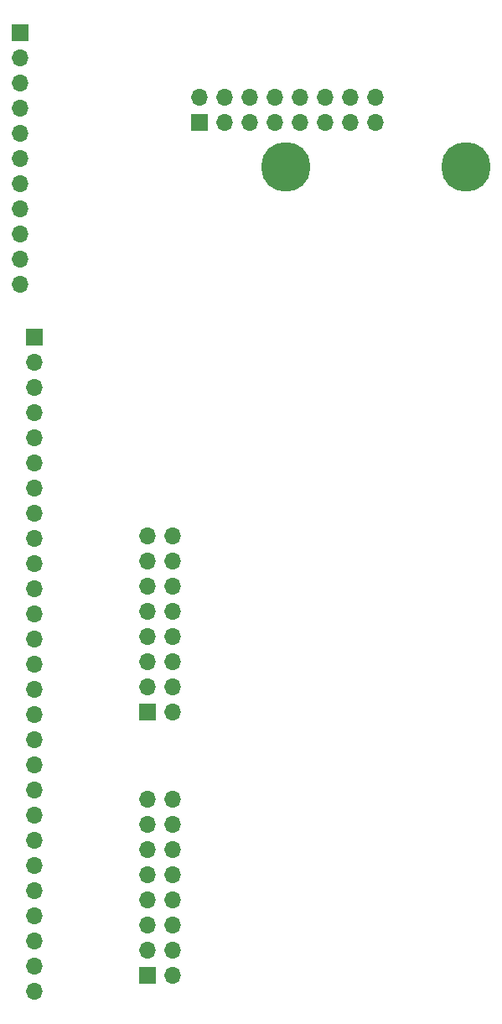
<source format=gbr>
G04 #@! TF.GenerationSoftware,KiCad,Pcbnew,5.1.5+dfsg1-2build2*
G04 #@! TF.CreationDate,2022-08-20T13:50:49+01:00*
G04 #@! TF.ProjectId,psion-org2-power,7073696f-6e2d-46f7-9267-322d706f7765,rev?*
G04 #@! TF.SameCoordinates,Original*
G04 #@! TF.FileFunction,Soldermask,Bot*
G04 #@! TF.FilePolarity,Negative*
%FSLAX46Y46*%
G04 Gerber Fmt 4.6, Leading zero omitted, Abs format (unit mm)*
G04 Created by KiCad (PCBNEW 5.1.5+dfsg1-2build2) date 2022-08-20 13:50:49*
%MOMM*%
%LPD*%
G04 APERTURE LIST*
%ADD10O,1.700000X1.700000*%
%ADD11R,1.700000X1.700000*%
%ADD12C,5.000000*%
G04 APERTURE END LIST*
D10*
X82200000Y-128100000D03*
X82200000Y-125560000D03*
X82200000Y-123020000D03*
X82200000Y-120480000D03*
X82200000Y-117940000D03*
X82200000Y-115400000D03*
X82200000Y-112860000D03*
X82200000Y-110320000D03*
X82200000Y-107780000D03*
X82200000Y-105240000D03*
X82200000Y-102700000D03*
X82200000Y-100160000D03*
X82200000Y-97620000D03*
X82200000Y-95080000D03*
X82200000Y-92540000D03*
X82200000Y-90000000D03*
X82200000Y-87460000D03*
X82200000Y-84920000D03*
X82200000Y-82380000D03*
X82200000Y-79840000D03*
X82200000Y-77300000D03*
X82200000Y-74760000D03*
X82200000Y-72220000D03*
X82200000Y-69680000D03*
X82200000Y-67140000D03*
X82200000Y-64600000D03*
D11*
X82200000Y-62060000D03*
D12*
X125800000Y-44900000D03*
X107600000Y-44900000D03*
D10*
X116680000Y-37860000D03*
X116680000Y-40400000D03*
X114140000Y-37860000D03*
X114140000Y-40400000D03*
X111600000Y-37860000D03*
X111600000Y-40400000D03*
X109060000Y-37860000D03*
X109060000Y-40400000D03*
X106520000Y-37860000D03*
X106520000Y-40400000D03*
X103980000Y-37860000D03*
X103980000Y-40400000D03*
X101440000Y-37860000D03*
X101440000Y-40400000D03*
X98900000Y-37860000D03*
D11*
X98900000Y-40400000D03*
D10*
X96140000Y-108720000D03*
X93600000Y-108720000D03*
X96140000Y-111260000D03*
X93600000Y-111260000D03*
X96140000Y-113800000D03*
X93600000Y-113800000D03*
X96140000Y-116340000D03*
X93600000Y-116340000D03*
X96140000Y-118880000D03*
X93600000Y-118880000D03*
X96140000Y-121420000D03*
X93600000Y-121420000D03*
X96140000Y-123960000D03*
X93600000Y-123960000D03*
X96140000Y-126500000D03*
D11*
X93600000Y-126500000D03*
D10*
X96190000Y-82120000D03*
X93650000Y-82120000D03*
X96190000Y-84660000D03*
X93650000Y-84660000D03*
X96190000Y-87200000D03*
X93650000Y-87200000D03*
X96190000Y-89740000D03*
X93650000Y-89740000D03*
X96190000Y-92280000D03*
X93650000Y-92280000D03*
X96190000Y-94820000D03*
X93650000Y-94820000D03*
X96190000Y-97360000D03*
X93650000Y-97360000D03*
X96190000Y-99900000D03*
D11*
X93650000Y-99900000D03*
D10*
X80800000Y-56700000D03*
X80800000Y-54160000D03*
X80800000Y-51620000D03*
X80800000Y-49080000D03*
X80800000Y-46540000D03*
X80800000Y-44000000D03*
X80800000Y-41460000D03*
X80800000Y-38920000D03*
X80800000Y-36380000D03*
X80800000Y-33840000D03*
D11*
X80800000Y-31300000D03*
M02*

</source>
